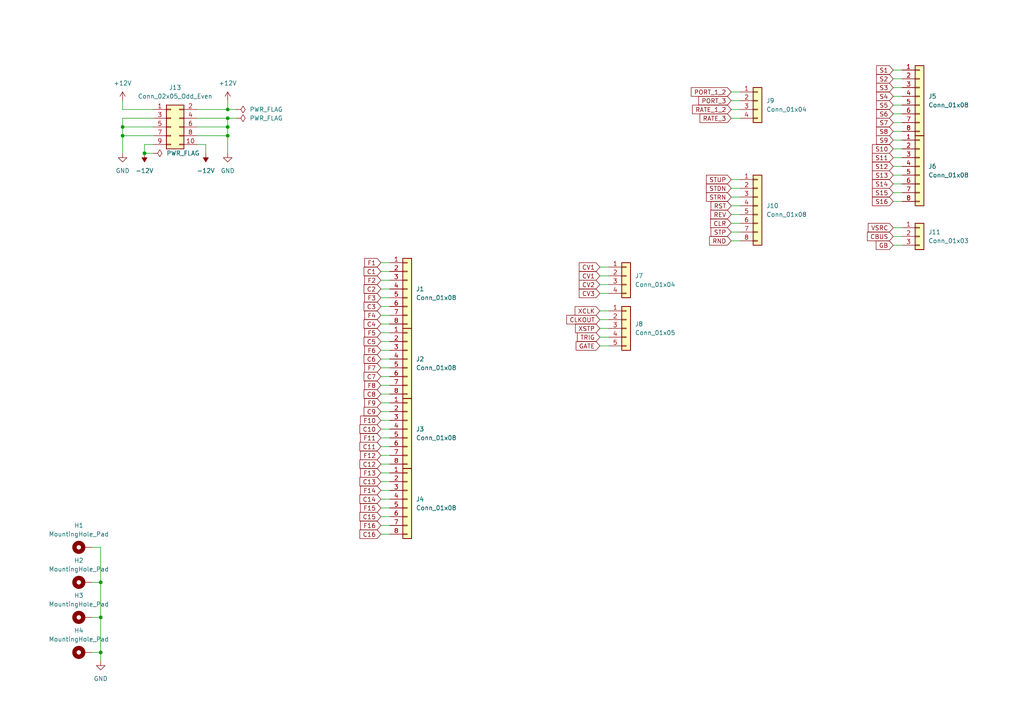
<source format=kicad_sch>
(kicad_sch (version 20230121) (generator eeschema)
  (paper "A4")
  (lib_symbols
    (symbol "Connector_Generic:Conn_01x03" (pin_names (offset 1.016) hide)
      (property "Reference" "J" (at 0 5.08 0))
      (property "Value" "Conn_01x03" (at 0 -5.08 0))
      (symbol "Conn_01x03_1_1"
        (rectangle (start -1.27 -2.413) (end 0 -2.667) (stroke (width 0.1524)))
        (rectangle (start -1.27 0.127) (end 0 -0.127) (stroke (width 0.1524)))
        (rectangle (start -1.27 2.667) (end 0 2.413) (stroke (width 0.1524)))
        (rectangle (start -1.27 3.81) (end 1.27 -3.81) (stroke (width 0.254)) (fill (type background)))
        (pin passive line (at -5.08 2.54 0) (length 3.81) (name "Pin_1") (number "1"))
        (pin passive line (at -5.08 0 0) (length 3.81) (name "Pin_2") (number "2"))
        (pin passive line (at -5.08 -2.54 0) (length 3.81) (name "Pin_3") (number "3"))
      )
    )
    (symbol "Connector_Generic:Conn_01x04" (pin_names (offset 1.016) hide)
      (property "Reference" "J" (at 0 5.08 0))
      (property "Value" "Conn_01x04" (at 0 -7.62 0))
      (symbol "Conn_01x04_1_1"
        (rectangle (start -1.27 -4.953) (end 0 -5.207) (stroke (width 0.1524)))
        (rectangle (start -1.27 -2.413) (end 0 -2.667) (stroke (width 0.1524)))
        (rectangle (start -1.27 0.127) (end 0 -0.127) (stroke (width 0.1524)))
        (rectangle (start -1.27 2.667) (end 0 2.413) (stroke (width 0.1524)))
        (rectangle (start -1.27 3.81) (end 1.27 -6.35) (stroke (width 0.254)) (fill (type background)))
        (pin passive line (at -5.08 2.54 0) (length 3.81) (name "Pin_1") (number "1"))
        (pin passive line (at -5.08 0 0) (length 3.81) (name "Pin_2") (number "2"))
        (pin passive line (at -5.08 -2.54 0) (length 3.81) (name "Pin_3") (number "3"))
        (pin passive line (at -5.08 -5.08 0) (length 3.81) (name "Pin_4") (number "4"))
      )
    )
    (symbol "Connector_Generic:Conn_01x05" (pin_names (offset 1.016) hide)
      (property "Reference" "J" (at 0 7.62 0))
      (property "Value" "Conn_01x05" (at 0 -7.62 0))
      (symbol "Conn_01x05_1_1"
        (rectangle (start -1.27 -4.953) (end 0 -5.207) (stroke (width 0.1524)))
        (rectangle (start -1.27 -2.413) (end 0 -2.667) (stroke (width 0.1524)))
        (rectangle (start -1.27 0.127) (end 0 -0.127) (stroke (width 0.1524)))
        (rectangle (start -1.27 2.667) (end 0 2.413) (stroke (width 0.1524)))
        (rectangle (start -1.27 5.207) (end 0 4.953) (stroke (width 0.1524)))
        (rectangle (start -1.27 6.35) (end 1.27 -6.35) (stroke (width 0.254)) (fill (type background)))
        (pin passive line (at -5.08 5.08 0) (length 3.81) (name "Pin_1") (number "1"))
        (pin passive line (at -5.08 2.54 0) (length 3.81) (name "Pin_2") (number "2"))
        (pin passive line (at -5.08 0 0) (length 3.81) (name "Pin_3") (number "3"))
        (pin passive line (at -5.08 -2.54 0) (length 3.81) (name "Pin_4") (number "4"))
        (pin passive line (at -5.08 -5.08 0) (length 3.81) (name "Pin_5") (number "5"))
      )
    )
    (symbol "Connector_Generic:Conn_01x08" (pin_names (offset 1.016) hide)
      (property "Reference" "J" (at 0 10.16 0))
      (property "Value" "Conn_01x08" (at 0 -12.7 0))
      (symbol "Conn_01x08_1_1"
        (rectangle (start -1.27 -10.033) (end 0 -10.287) (stroke (width 0.1524)))
        (rectangle (start -1.27 -7.493) (end 0 -7.747) (stroke (width 0.1524)))
        (rectangle (start -1.27 -4.953) (end 0 -5.207) (stroke (width 0.1524)))
        (rectangle (start -1.27 -2.413) (end 0 -2.667) (stroke (width 0.1524)))
        (rectangle (start -1.27 0.127) (end 0 -0.127) (stroke (width 0.1524)))
        (rectangle (start -1.27 2.667) (end 0 2.413) (stroke (width 0.1524)))
        (rectangle (start -1.27 5.207) (end 0 4.953) (stroke (width 0.1524)))
        (rectangle (start -1.27 7.747) (end 0 7.493) (stroke (width 0.1524)))
        (rectangle (start -1.27 8.89) (end 1.27 -11.43) (stroke (width 0.254)) (fill (type background)))
        (pin passive line (at -5.08 7.62 0) (length 3.81) (name "Pin_1") (number "1"))
        (pin passive line (at -5.08 5.08 0) (length 3.81) (name "Pin_2") (number "2"))
        (pin passive line (at -5.08 2.54 0) (length 3.81) (name "Pin_3") (number "3"))
        (pin passive line (at -5.08 0 0) (length 3.81) (name "Pin_4") (number "4"))
        (pin passive line (at -5.08 -2.54 0) (length 3.81) (name "Pin_5") (number "5"))
        (pin passive line (at -5.08 -5.08 0) (length 3.81) (name "Pin_6") (number "6"))
        (pin passive line (at -5.08 -7.62 0) (length 3.81) (name "Pin_7") (number "7"))
        (pin passive line (at -5.08 -10.16 0) (length 3.81) (name "Pin_8") (number "8"))
      )
    )
    (symbol "Connector_Generic:Conn_02x05_Odd_Even" (pin_names (offset 1.016) hide)
      (property "Reference" "J" (at 1.27 7.62 0))
      (property "Value" "Conn_02x05_Odd_Even" (at 1.27 -7.62 0))
      (symbol "Conn_02x05_Odd_Even_1_1"
        (rectangle (start -1.27 -4.953) (end 0 -5.207) (stroke (width 0.1524)))
        (rectangle (start -1.27 -2.413) (end 0 -2.667) (stroke (width 0.1524)))
        (rectangle (start -1.27 0.127) (end 0 -0.127) (stroke (width 0.1524)))
        (rectangle (start -1.27 2.667) (end 0 2.413) (stroke (width 0.1524)))
        (rectangle (start -1.27 5.207) (end 0 4.953) (stroke (width 0.1524)))
        (rectangle (start -1.27 6.35) (end 3.81 -6.35) (stroke (width 0.254)) (fill (type background)))
        (rectangle (start 3.81 -4.953) (end 2.54 -5.207) (stroke (width 0.1524)))
        (rectangle (start 3.81 -2.413) (end 2.54 -2.667) (stroke (width 0.1524)))
        (rectangle (start 3.81 0.127) (end 2.54 -0.127) (stroke (width 0.1524)))
        (rectangle (start 3.81 2.667) (end 2.54 2.413) (stroke (width 0.1524)))
        (rectangle (start 3.81 5.207) (end 2.54 4.953) (stroke (width 0.1524)))
        (pin passive line (at -5.08 5.08 0) (length 3.81) (name "Pin_1") (number "1"))
        (pin passive line (at 7.62 -5.08 180) (length 3.81) (name "Pin_10") (number "10"))
        (pin passive line (at 7.62 5.08 180) (length 3.81) (name "Pin_2") (number "2"))
        (pin passive line (at -5.08 2.54 0) (length 3.81) (name "Pin_3") (number "3"))
        (pin passive line (at 7.62 2.54 180) (length 3.81) (name "Pin_4") (number "4"))
        (pin passive line (at -5.08 0 0) (length 3.81) (name "Pin_5") (number "5"))
        (pin passive line (at 7.62 0 180) (length 3.81) (name "Pin_6") (number "6"))
        (pin passive line (at -5.08 -2.54 0) (length 3.81) (name "Pin_7") (number "7"))
        (pin passive line (at 7.62 -2.54 180) (length 3.81) (name "Pin_8") (number "8"))
        (pin passive line (at -5.08 -5.08 0) (length 3.81) (name "Pin_9") (number "9"))
      )
    )
    (symbol "Mechanical:MountingHole_Pad" (pin_numbers hide) (pin_names (offset 1.016) hide)
      (property "Reference" "H" (at 0 6.35 0))
      (property "Value" "MountingHole_Pad" (at 0 4.445 0))
      (symbol "MountingHole_Pad_0_1"
        (circle (center 0 1.27) (radius 1.27) (stroke (width 1.27)))
      )
      (symbol "MountingHole_Pad_1_1"
        (pin input line (at 0 -2.54 90) (length 2.54) (name "1") (number "1"))
      )
    )
    (symbol "power:+12V" (power) (pin_names (offset 0))
      (property "Value" "+12V" (at 0 3.556 0))
      (symbol "+12V_0_1"
        (polyline (pts (xy -0.762 1.27) (xy 0 2.54)))
        (polyline (pts (xy 0 0) (xy 0 2.54)))
        (polyline (pts (xy 0 2.54) (xy 0.762 1.27)))
      )
      (symbol "+12V_1_1"
        (pin power_in line (at 0 0 90) (length 0) hide (name "+12V") (number "1"))
      )
    )
    (symbol "power:-12V" (power) (pin_names (offset 0))
      (property "Value" "-12V" (at 0 3.81 0))
      (symbol "-12V_0_0"
        (pin power_in line (at 0 0 90) (length 0) hide (name "-12V") (number "1"))
      )
      (symbol "-12V_0_1"
        (polyline (pts (xy 0 0) (xy 0 1.27) (xy 0.762 1.27) (xy 0 2.54) (xy -0.762 1.27) (xy 0 1.27)) (fill (type outline)))
      )
    )
    (symbol "power:GND" (power) (pin_names (offset 0))
      (property "Value" "GND" (at 0 -3.81 0))
      (symbol "GND_0_1"
        (polyline (pts (xy 0 0) (xy 0 -1.27) (xy 1.27 -1.27) (xy 0 -2.54) (xy -1.27 -1.27) (xy 0 -1.27)))
      )
      (symbol "GND_1_1"
        (pin power_in line (at 0 0 270) (length 0) hide (name "GND") (number "1"))
      )
    )
    (symbol "power:PWR_FLAG" (power) (pin_numbers hide) (pin_names (offset 0) hide)
      (property "Value" "PWR_FLAG" (at 0 3.81 0))
      (symbol "PWR_FLAG_0_0"
        (pin power_out line (at 0 0 90) (length 0) (name "pwr") (number "1"))
      )
      (symbol "PWR_FLAG_0_1"
        (polyline (pts (xy 0 0) (xy 0 1.27) (xy -1.016 1.905) (xy 0 2.54) (xy 1.016 1.905) (xy 0 1.27)))
      )
    )
  )
  (junction (at 66.04 39.37))
  (junction (at 29.21 189.23))
  (junction (at 35.56 39.37))
  (junction (at 66.04 36.83))
  (junction (at 41.91 44.45))
  (junction (at 66.04 34.29))
  (junction (at 29.21 168.91))
  (junction (at 29.21 179.07))
  (junction (at 35.56 36.83))
  (junction (at 66.04 31.75))
  (wire (pts (xy 259.08 20.32) (xy 261.62 20.32)))
  (wire (pts (xy 259.08 55.88) (xy 261.62 55.88)))
  (wire (pts (xy 259.08 58.42) (xy 261.62 58.42)))
  (wire (pts (xy 110.49 96.52) (xy 113.03 96.52)))
  (wire (pts (xy 110.49 88.9) (xy 113.03 88.9)))
  (wire (pts (xy 29.21 179.07) (xy 29.21 189.23)))
  (wire (pts (xy 66.04 36.83) (xy 66.04 39.37)))
  (wire (pts (xy 110.49 137.16) (xy 113.03 137.16)))
  (wire (pts (xy 173.99 85.09) (xy 176.53 85.09)))
  (wire (pts (xy 259.08 30.48) (xy 261.62 30.48)))
  (wire (pts (xy 35.56 31.75) (xy 35.56 29.21)))
  (wire (pts (xy 173.99 80.01) (xy 176.53 80.01)))
  (wire (pts (xy 259.08 53.34) (xy 261.62 53.34)))
  (wire (pts (xy 66.04 31.75) (xy 68.58 31.75)))
  (wire (pts (xy 259.08 66.04) (xy 261.62 66.04)))
  (wire (pts (xy 110.49 91.44) (xy 113.03 91.44)))
  (wire (pts (xy 110.49 121.92) (xy 113.03 121.92)))
  (wire (pts (xy 212.09 67.31) (xy 214.63 67.31)))
  (wire (pts (xy 57.15 34.29) (xy 66.04 34.29)))
  (wire (pts (xy 259.08 43.18) (xy 261.62 43.18)))
  (wire (pts (xy 110.49 134.62) (xy 113.03 134.62)))
  (wire (pts (xy 35.56 39.37) (xy 35.56 44.45)))
  (wire (pts (xy 259.08 68.58) (xy 261.62 68.58)))
  (wire (pts (xy 173.99 100.33) (xy 176.53 100.33)))
  (wire (pts (xy 212.09 31.75) (xy 214.63 31.75)))
  (wire (pts (xy 26.67 158.75) (xy 29.21 158.75)))
  (wire (pts (xy 259.08 48.26) (xy 261.62 48.26)))
  (wire (pts (xy 66.04 39.37) (xy 66.04 44.45)))
  (wire (pts (xy 110.49 109.22) (xy 113.03 109.22)))
  (wire (pts (xy 57.15 41.91) (xy 59.69 41.91)))
  (wire (pts (xy 212.09 69.85) (xy 214.63 69.85)))
  (wire (pts (xy 110.49 104.14) (xy 113.03 104.14)))
  (wire (pts (xy 110.49 142.24) (xy 113.03 142.24)))
  (wire (pts (xy 29.21 189.23) (xy 29.21 191.77)))
  (wire (pts (xy 110.49 93.98) (xy 113.03 93.98)))
  (wire (pts (xy 110.49 132.08) (xy 113.03 132.08)))
  (wire (pts (xy 110.49 114.3) (xy 113.03 114.3)))
  (wire (pts (xy 35.56 34.29) (xy 35.56 36.83)))
  (wire (pts (xy 259.08 33.02) (xy 261.62 33.02)))
  (wire (pts (xy 259.08 50.8) (xy 261.62 50.8)))
  (wire (pts (xy 66.04 34.29) (xy 68.58 34.29)))
  (wire (pts (xy 110.49 147.32) (xy 113.03 147.32)))
  (wire (pts (xy 57.15 36.83) (xy 66.04 36.83)))
  (wire (pts (xy 212.09 52.07) (xy 214.63 52.07)))
  (wire (pts (xy 110.49 99.06) (xy 113.03 99.06)))
  (wire (pts (xy 110.49 76.2) (xy 113.03 76.2)))
  (wire (pts (xy 212.09 54.61) (xy 214.63 54.61)))
  (wire (pts (xy 110.49 144.78) (xy 113.03 144.78)))
  (wire (pts (xy 259.08 25.4) (xy 261.62 25.4)))
  (wire (pts (xy 110.49 83.82) (xy 113.03 83.82)))
  (wire (pts (xy 110.49 81.28) (xy 113.03 81.28)))
  (wire (pts (xy 35.56 36.83) (xy 44.45 36.83)))
  (wire (pts (xy 29.21 158.75) (xy 29.21 168.91)))
  (wire (pts (xy 110.49 78.74) (xy 113.03 78.74)))
  (wire (pts (xy 41.91 44.45) (xy 44.45 44.45)))
  (wire (pts (xy 212.09 62.23) (xy 214.63 62.23)))
  (wire (pts (xy 173.99 95.25) (xy 176.53 95.25)))
  (wire (pts (xy 259.08 27.94) (xy 261.62 27.94)))
  (wire (pts (xy 173.99 92.71) (xy 176.53 92.71)))
  (wire (pts (xy 173.99 97.79) (xy 176.53 97.79)))
  (wire (pts (xy 110.49 139.7) (xy 113.03 139.7)))
  (wire (pts (xy 173.99 90.17) (xy 176.53 90.17)))
  (wire (pts (xy 173.99 77.47) (xy 176.53 77.47)))
  (wire (pts (xy 110.49 116.84) (xy 113.03 116.84)))
  (wire (pts (xy 35.56 39.37) (xy 44.45 39.37)))
  (wire (pts (xy 110.49 149.86) (xy 113.03 149.86)))
  (wire (pts (xy 212.09 57.15) (xy 214.63 57.15)))
  (wire (pts (xy 35.56 34.29) (xy 44.45 34.29)))
  (wire (pts (xy 259.08 35.56) (xy 261.62 35.56)))
  (wire (pts (xy 110.49 101.6) (xy 113.03 101.6)))
  (wire (pts (xy 35.56 31.75) (xy 44.45 31.75)))
  (wire (pts (xy 110.49 127) (xy 113.03 127)))
  (wire (pts (xy 259.08 40.64) (xy 261.62 40.64)))
  (wire (pts (xy 110.49 152.4) (xy 113.03 152.4)))
  (wire (pts (xy 259.08 22.86) (xy 261.62 22.86)))
  (wire (pts (xy 110.49 124.46) (xy 113.03 124.46)))
  (wire (pts (xy 110.49 86.36) (xy 113.03 86.36)))
  (wire (pts (xy 259.08 38.1) (xy 261.62 38.1)))
  (wire (pts (xy 173.99 82.55) (xy 176.53 82.55)))
  (wire (pts (xy 66.04 31.75) (xy 66.04 29.21)))
  (wire (pts (xy 212.09 64.77) (xy 214.63 64.77)))
  (wire (pts (xy 110.49 119.38) (xy 113.03 119.38)))
  (wire (pts (xy 110.49 106.68) (xy 113.03 106.68)))
  (wire (pts (xy 212.09 29.21) (xy 214.63 29.21)))
  (wire (pts (xy 110.49 154.94) (xy 113.03 154.94)))
  (wire (pts (xy 57.15 39.37) (xy 66.04 39.37)))
  (wire (pts (xy 41.91 41.91) (xy 44.45 41.91)))
  (wire (pts (xy 41.91 41.91) (xy 41.91 44.45)))
  (wire (pts (xy 259.08 45.72) (xy 261.62 45.72)))
  (wire (pts (xy 26.67 168.91) (xy 29.21 168.91)))
  (wire (pts (xy 212.09 34.29) (xy 214.63 34.29)))
  (wire (pts (xy 57.15 31.75) (xy 66.04 31.75)))
  (wire (pts (xy 59.69 41.91) (xy 59.69 44.45)))
  (wire (pts (xy 110.49 129.54) (xy 113.03 129.54)))
  (wire (pts (xy 212.09 59.69) (xy 214.63 59.69)))
  (wire (pts (xy 26.67 189.23) (xy 29.21 189.23)))
  (wire (pts (xy 35.56 36.83) (xy 35.56 39.37)))
  (wire (pts (xy 29.21 168.91) (xy 29.21 179.07)))
  (wire (pts (xy 110.49 111.76) (xy 113.03 111.76)))
  (wire (pts (xy 26.67 179.07) (xy 29.21 179.07)))
  (wire (pts (xy 259.08 71.12) (xy 261.62 71.12)))
  (wire (pts (xy 66.04 34.29) (xy 66.04 36.83)))
  (wire (pts (xy 212.09 26.67) (xy 214.63 26.67)))
  (global_label "S11" (shape input) (at 259.08 45.72 180) (property "Intersheetrefs" "${INTERSHEET_REFS}" (effects hide)))
  (global_label "GB" (shape input) (at 259.08 71.12 180) (property "Intersheetrefs" "${INTERSHEET_REFS}" (effects hide)))
  (global_label "S9" (shape input) (at 259.08 40.64 180) (property "Intersheetrefs" "${INTERSHEET_REFS}" (effects hide)))
  (global_label "S4" (shape input) (at 259.08 27.94 180) (property "Intersheetrefs" "${INTERSHEET_REFS}" (effects hide)))
  (global_label "F14" (shape input) (at 110.49 142.24 180) (property "Intersheetrefs" "${INTERSHEET_REFS}" (effects hide)))
  (global_label "C10" (shape input) (at 110.49 124.46 180) (property "Intersheetrefs" "${INTERSHEET_REFS}" (effects hide)))
  (global_label "F15" (shape input) (at 110.49 147.32 180) (property "Intersheetrefs" "${INTERSHEET_REFS}" (effects hide)))
  (global_label "XSTP" (shape input) (at 173.99 95.25 180) (property "Intersheetrefs" "${INTERSHEET_REFS}" (effects hide)))
  (global_label "PORT_1_2" (shape input) (at 212.09 26.67 180) (property "Intersheetrefs" "${INTERSHEET_REFS}" (effects hide)))
  (global_label "C14" (shape input) (at 110.49 144.78 180) (property "Intersheetrefs" "${INTERSHEET_REFS}" (effects hide)))
  (global_label "C11" (shape input) (at 110.49 129.54 180) (property "Intersheetrefs" "${INTERSHEET_REFS}" (effects hide)))
  (global_label "F2" (shape input) (at 110.49 81.28 180) (property "Intersheetrefs" "${INTERSHEET_REFS}" (effects hide)))
  (global_label "C9" (shape input) (at 110.49 119.38 180) (property "Intersheetrefs" "${INTERSHEET_REFS}" (effects hide)))
  (global_label "CV2" (shape input) (at 173.99 82.55 180) (property "Intersheetrefs" "${INTERSHEET_REFS}" (effects hide)))
  (global_label "S8" (shape input) (at 259.08 38.1 180) (property "Intersheetrefs" "${INTERSHEET_REFS}" (effects hide)))
  (global_label "F4" (shape input) (at 110.49 91.44 180) (property "Intersheetrefs" "${INTERSHEET_REFS}" (effects hide)))
  (global_label "C12" (shape input) (at 110.49 134.62 180) (property "Intersheetrefs" "${INTERSHEET_REFS}" (effects hide)))
  (global_label "C16" (shape input) (at 110.49 154.94 180) (property "Intersheetrefs" "${INTERSHEET_REFS}" (effects hide)))
  (global_label "S3" (shape input) (at 259.08 25.4 180) (property "Intersheetrefs" "${INTERSHEET_REFS}" (effects hide)))
  (global_label "F6" (shape input) (at 110.49 101.6 180) (property "Intersheetrefs" "${INTERSHEET_REFS}" (effects hide)))
  (global_label "C5" (shape input) (at 110.49 99.06 180) (property "Intersheetrefs" "${INTERSHEET_REFS}" (effects hide)))
  (global_label "F8" (shape input) (at 110.49 111.76 180) (property "Intersheetrefs" "${INTERSHEET_REFS}" (effects hide)))
  (global_label "C1" (shape input) (at 110.49 78.74 180) (property "Intersheetrefs" "${INTERSHEET_REFS}" (effects hide)))
  (global_label "REV" (shape input) (at 212.09 62.23 180) (property "Intersheetrefs" "${INTERSHEET_REFS}" (effects hide)))
  (global_label "STUP" (shape input) (at 212.09 52.07 180) (property "Intersheetrefs" "${INTERSHEET_REFS}" (effects hide)))
  (global_label "S7" (shape input) (at 259.08 35.56 180) (property "Intersheetrefs" "${INTERSHEET_REFS}" (effects hide)))
  (global_label "CBUS" (shape input) (at 259.08 68.58 180) (property "Intersheetrefs" "${INTERSHEET_REFS}" (effects hide)))
  (global_label "S2" (shape input) (at 259.08 22.86 180) (property "Intersheetrefs" "${INTERSHEET_REFS}" (effects hide)))
  (global_label "F7" (shape input) (at 110.49 106.68 180) (property "Intersheetrefs" "${INTERSHEET_REFS}" (effects hide)))
  (global_label "S5" (shape input) (at 259.08 30.48 180) (property "Intersheetrefs" "${INTERSHEET_REFS}" (effects hide)))
  (global_label "F13" (shape input) (at 110.49 137.16 180) (property "Intersheetrefs" "${INTERSHEET_REFS}" (effects hide)))
  (global_label "STDN" (shape input) (at 212.09 54.61 180) (property "Intersheetrefs" "${INTERSHEET_REFS}" (effects hide)))
  (global_label "CV1" (shape input) (at 173.99 77.47 180) (property "Intersheetrefs" "${INTERSHEET_REFS}" (effects hide)))
  (global_label "C7" (shape input) (at 110.49 109.22 180) (property "Intersheetrefs" "${INTERSHEET_REFS}" (effects hide)))
  (global_label "S1" (shape input) (at 259.08 20.32 180) (property "Intersheetrefs" "${INTERSHEET_REFS}" (effects hide)))
  (global_label "C15" (shape input) (at 110.49 149.86 180) (property "Intersheetrefs" "${INTERSHEET_REFS}" (effects hide)))
  (global_label "F12" (shape input) (at 110.49 132.08 180) (property "Intersheetrefs" "${INTERSHEET_REFS}" (effects hide)))
  (global_label "STP" (shape input) (at 212.09 67.31 180) (property "Intersheetrefs" "${INTERSHEET_REFS}" (effects hide)))
  (global_label "XCLK" (shape input) (at 173.99 90.17 180) (property "Intersheetrefs" "${INTERSHEET_REFS}" (effects hide)))
  (global_label "RATE_1_2" (shape input) (at 212.09 31.75 180) (property "Intersheetrefs" "${INTERSHEET_REFS}" (effects hide)))
  (global_label "F1" (shape input) (at 110.49 76.2 180) (property "Intersheetrefs" "${INTERSHEET_REFS}" (effects hide)))
  (global_label "CLR" (shape input) (at 212.09 64.77 180) (property "Intersheetrefs" "${INTERSHEET_REFS}" (effects hide)))
  (global_label "F5" (shape input) (at 110.49 96.52 180) (property "Intersheetrefs" "${INTERSHEET_REFS}" (effects hide)))
  (global_label "C13" (shape input) (at 110.49 139.7 180) (property "Intersheetrefs" "${INTERSHEET_REFS}" (effects hide)))
  (global_label "F10" (shape input) (at 110.49 121.92 180) (property "Intersheetrefs" "${INTERSHEET_REFS}" (effects hide)))
  (global_label "RATE_3" (shape input) (at 212.09 34.29 180) (property "Intersheetrefs" "${INTERSHEET_REFS}" (effects hide)))
  (global_label "C6" (shape input) (at 110.49 104.14 180) (property "Intersheetrefs" "${INTERSHEET_REFS}" (effects hide)))
  (global_label "C2" (shape input) (at 110.49 83.82 180) (property "Intersheetrefs" "${INTERSHEET_REFS}" (effects hide)))
  (global_label "CLKOUT" (shape input) (at 173.99 92.71 180) (property "Intersheetrefs" "${INTERSHEET_REFS}" (effects hide)))
  (global_label "S13" (shape input) (at 259.08 50.8 180) (property "Intersheetrefs" "${INTERSHEET_REFS}" (effects hide)))
  (global_label "S16" (shape input) (at 259.08 58.42 180) (property "Intersheetrefs" "${INTERSHEET_REFS}" (effects hide)))
  (global_label "TRIG" (shape input) (at 173.99 97.79 180) (property "Intersheetrefs" "${INTERSHEET_REFS}" (effects hide)))
  (global_label "S12" (shape input) (at 259.08 48.26 180) (property "Intersheetrefs" "${INTERSHEET_REFS}" (effects hide)))
  (global_label "GATE" (shape input) (at 173.99 100.33 180) (property "Intersheetrefs" "${INTERSHEET_REFS}" (effects hide)))
  (global_label "C4" (shape input) (at 110.49 93.98 180) (property "Intersheetrefs" "${INTERSHEET_REFS}" (effects hide)))
  (global_label "C8" (shape input) (at 110.49 114.3 180) (property "Intersheetrefs" "${INTERSHEET_REFS}" (effects hide)))
  (global_label "S14" (shape input) (at 259.08 53.34 180) (property "Intersheetrefs" "${INTERSHEET_REFS}" (effects hide)))
  (global_label "PORT_3" (shape input) (at 212.09 29.21 180) (property "Intersheetrefs" "${INTERSHEET_REFS}" (effects hide)))
  (global_label "C3" (shape input) (at 110.49 88.9 180) (property "Intersheetrefs" "${INTERSHEET_REFS}" (effects hide)))
  (global_label "RND" (shape input) (at 212.09 69.85 180) (property "Intersheetrefs" "${INTERSHEET_REFS}" (effects hide)))
  (global_label "RST" (shape input) (at 212.09 59.69 180) (property "Intersheetrefs" "${INTERSHEET_REFS}" (effects hide)))
  (global_label "F3" (shape input) (at 110.49 86.36 180) (property "Intersheetrefs" "${INTERSHEET_REFS}" (effects hide)))
  (global_label "F9" (shape input) (at 110.49 116.84 180) (property "Intersheetrefs" "${INTERSHEET_REFS}" (effects hide)))
  (global_label "F16" (shape input) (at 110.49 152.4 180) (property "Intersheetrefs" "${INTERSHEET_REFS}" (effects hide)))
  (global_label "CV3" (shape input) (at 173.99 85.09 180) (property "Intersheetrefs" "${INTERSHEET_REFS}" (effects hide)))
  (global_label "F11" (shape input) (at 110.49 127 180) (property "Intersheetrefs" "${INTERSHEET_REFS}" (effects hide)))
  (global_label "S10" (shape input) (at 259.08 43.18 180) (property "Intersheetrefs" "${INTERSHEET_REFS}" (effects hide)))
  (global_label "VSRC" (shape input) (at 259.08 66.04 180) (property "Intersheetrefs" "${INTERSHEET_REFS}" (effects hide)))
  (global_label "STRN" (shape input) (at 212.09 57.15 180) (property "Intersheetrefs" "${INTERSHEET_REFS}" (effects hide)))
  (global_label "S6" (shape input) (at 259.08 33.02 180) (property "Intersheetrefs" "${INTERSHEET_REFS}" (effects hide)))
  (global_label "CV1" (shape input) (at 173.99 80.01 180) (property "Intersheetrefs" "${INTERSHEET_REFS}" (effects hide)))
  (global_label "S15" (shape input) (at 259.08 55.88 180) (property "Intersheetrefs" "${INTERSHEET_REFS}" (effects hide)))
  (symbol (lib_id "Mechanical:MountingHole_Pad") (at 24.13 189.23 90) (unit 1)
    (property "Reference" "H4" (at 22.86 182.88 90))
    (property "Value" "MountingHole_Pad" (at 22.86 185.42 90))
    (property "Footprint" "MountingHole:MountingHole_3.2mm_M3_Pad" (effects hide))
  )
  (symbol (lib_id "Mechanical:MountingHole_Pad") (at 24.13 179.07 90) (unit 1)
    (property "Reference" "H3" (at 22.86 172.72 90))
    (property "Value" "MountingHole_Pad" (at 22.86 175.26 90))
    (property "Footprint" "MountingHole:MountingHole_3.2mm_M3_Pad" (effects hide))
  )
  (symbol (lib_id "Connector_Generic:Conn_01x08") (at 118.11 104.14 0) (unit 1)
    (property "Reference" "J2" (at 120.65 104.14 0) (effects (justify left)))
    (property "Value" "Conn_01x08" (at 120.65 106.68 0) (effects (justify left)))
    (property "Footprint" "Connector_PinHeader_2.54mm:PinHeader_1x08_P2.54mm_Vertical" (effects hide))
    (instances (project "Sequencer-controls" (path "" (reference "J2") (unit 1))) (project "Sequencer" (path "" (reference "J10") (unit 1))))
  )
  (symbol (lib_id "Connector_Generic:Conn_01x08") (at 266.7 27.94 0) (unit 1)
    (property "Reference" "J5" (at 269.24 27.94 0) (effects (justify left)))
    (property "Value" "Conn_01x08" (at 269.24 30.48 0) (effects (justify left)))
    (property "Footprint" "Connector_PinHeader_2.54mm:PinHeader_1x08_P2.54mm_Vertical" (effects hide))
    (instances (project "Sequencer-controls" (path "" (reference "J5") (unit 1))) (project "Sequencer" (path "" (reference "J2") (unit 1))))
  )
  (symbol (lib_id "Connector_Generic:Conn_01x03") (at 266.7 68.58 0) (unit 1)
    (property "Reference" "J11" (at 269.24 67.31 0) (effects (justify left)))
    (property "Value" "Conn_01x03" (at 269.24 69.85 0) (effects (justify left)))
    (property "Footprint" "Connector_PinHeader_2.54mm:PinHeader_1x03_P2.54mm_Vertical" (effects hide))
    (instances (project "Sequencer-controls" (path "" (reference "J11") (unit 1))) (project "Sequencer" (path "" (reference "J4") (unit 1))))
  )
  (symbol (lib_id "power:GND") (at 35.56 44.45 0) (unit 1)
    (property "Reference" "#PWR054" (effects hide))
    (property "Value" "GND" (at 35.56 49.53 0))
    (instances (project "VCO" (path "" (reference "#PWR054") (unit 1))) (project "Sequencer" (path "" (reference "#PWR063") (unit 1))))
  )
  (symbol (lib_id "power:+12V") (at 35.56 29.21 0) (unit 1)
    (property "Reference" "#PWR053" (effects hide))
    (property "Value" "+12V" (at 35.56 24.13 0))
    (instances (project "VCO" (path "" (reference "#PWR053") (unit 1))) (project "Sequencer" (path "" (reference "#PWR062") (unit 1))))
  )
  (symbol (lib_id "power:-12V") (at 41.91 44.45 180) (unit 1)
    (property "Reference" "#PWR055" (effects hide))
    (property "Value" "-12V" (at 41.91 49.53 0))
    (instances (project "VCO" (path "" (reference "#PWR055") (unit 1))) (project "Sequencer" (path "" (reference "#PWR064") (unit 1))))
  )
  (symbol (lib_id "power:GND") (at 29.21 191.77 0) (unit 1)
    (property "Reference" "#PWR068" (effects hide))
    (property "Value" "GND" (at 29.21 196.85 0))
  )
  (symbol (lib_id "Mechanical:MountingHole_Pad") (at 24.13 158.75 90) (unit 1)
    (property "Reference" "H1" (at 22.86 152.4 90))
    (property "Value" "MountingHole_Pad" (at 22.86 154.94 90))
    (property "Footprint" "MountingHole:MountingHole_3.2mm_M3_Pad" (effects hide))
  )
  (symbol (lib_id "Connector_Generic:Conn_02x05_Odd_Even") (at 49.53 36.83 0) (unit 1)
    (property "Reference" "J13" (at 50.8 25.4 0))
    (property "Value" "Conn_02x05_Odd_Even" (at 50.8 27.94 0))
    (property "Footprint" "Connector_PinHeader_2.54mm:PinHeader_2x05_P2.54mm_Vertical" (effects hide))
    (instances (project "VCO" (path "" (reference "J13") (unit 1)) (path "" (reference "J11") (unit 1))) (project "Sequencer" (path "" (reference "J1") (unit 1))))
  )
  (symbol (lib_id "Connector_Generic:Conn_01x08") (at 219.71 59.69 0) (unit 1)
    (property "Reference" "J10" (at 222.25 59.69 0) (effects (justify left)))
    (property "Value" "Conn_01x08" (at 222.25 62.23 0) (effects (justify left)))
    (property "Footprint" "Connector_PinHeader_2.54mm:PinHeader_1x08_P2.54mm_Vertical" (effects hide))
    (instances (project "Sequencer-controls" (path "" (reference "J10") (unit 1))) (project "Sequencer" (path "" (reference "J8") (unit 1))))
  )
  (symbol (lib_id "power:GND") (at 66.04 44.45 0) (unit 1)
    (property "Reference" "#PWR058" (effects hide))
    (property "Value" "GND" (at 66.04 49.53 0))
    (instances (project "VCO" (path "" (reference "#PWR058") (unit 1))) (project "Sequencer" (path "" (reference "#PWR067") (unit 1))))
  )
  (symbol (lib_id "Connector_Generic:Conn_01x04") (at 181.61 80.01 0) (unit 1)
    (property "Reference" "J7" (at 184.15 80.01 0) (effects (justify left)))
    (property "Value" "Conn_01x04" (at 184.15 82.55 0) (effects (justify left)))
    (property "Footprint" "Connector_PinHeader_2.54mm:PinHeader_1x04_P2.54mm_Vertical" (effects hide))
    (instances (project "Sequencer-controls" (path "" (reference "J7") (unit 1))) (project "Sequencer" (path "" (reference "J5") (unit 1))))
  )
  (symbol (lib_id "power:-12V") (at 59.69 44.45 180) (unit 1)
    (property "Reference" "#PWR056" (effects hide))
    (property "Value" "-12V" (at 59.69 49.53 0))
    (instances (project "VCO" (path "" (reference "#PWR056") (unit 1))) (project "Sequencer" (path "" (reference "#PWR065") (unit 1))))
  )
  (symbol (lib_id "Connector_Generic:Conn_01x08") (at 118.11 124.46 0) (unit 1)
    (property "Reference" "J3" (at 120.65 124.46 0) (effects (justify left)))
    (property "Value" "Conn_01x08" (at 120.65 127 0) (effects (justify left)))
    (property "Footprint" "Connector_PinHeader_2.54mm:PinHeader_1x08_P2.54mm_Vertical" (effects hide))
    (instances (project "Sequencer-controls" (path "" (reference "J3") (unit 1))) (project "Sequencer" (path "" (reference "J11") (unit 1))))
  )
  (symbol (lib_id "power:PWR_FLAG") (at 68.58 31.75 270) (unit 1)
    (property "Reference" "#FLG02" (effects hide))
    (property "Value" "PWR_FLAG" (at 72.39 31.75 90) (effects (justify left)))
  )
  (symbol (lib_id "Connector_Generic:Conn_01x08") (at 118.11 144.78 0) (unit 1)
    (property "Reference" "J4" (at 120.65 144.78 0) (effects (justify left)))
    (property "Value" "Conn_01x08" (at 120.65 147.32 0) (effects (justify left)))
    (property "Footprint" "Connector_PinHeader_2.54mm:PinHeader_1x08_P2.54mm_Vertical" (effects hide))
    (instances (project "Sequencer-controls" (path "" (reference "J4") (unit 1))) (project "Sequencer" (path "" (reference "J12") (unit 1))))
  )
  (symbol (lib_id "Mechanical:MountingHole_Pad") (at 24.13 168.91 90) (unit 1)
    (property "Reference" "H2" (at 22.86 162.56 90))
    (property "Value" "MountingHole_Pad" (at 22.86 165.1 90))
    (property "Footprint" "MountingHole:MountingHole_3.2mm_M3_Pad" (effects hide))
  )
  (symbol (lib_id "power:PWR_FLAG") (at 68.58 34.29 270) (unit 1)
    (property "Reference" "#FLG03" (effects hide))
    (property "Value" "PWR_FLAG" (at 72.39 34.29 90) (effects (justify left)))
  )
  (symbol (lib_id "Connector_Generic:Conn_01x08") (at 118.11 83.82 0) (unit 1)
    (property "Reference" "J1" (at 120.65 83.82 0) (effects (justify left)))
    (property "Value" "Conn_01x08" (at 120.65 86.36 0) (effects (justify left)))
    (property "Footprint" "Connector_PinHeader_2.54mm:PinHeader_1x08_P2.54mm_Vertical" (effects hide))
    (instances (project "Sequencer-controls" (path "" (reference "J1") (unit 1))) (project "Sequencer" (path "" (reference "J9") (unit 1))))
  )
  (symbol (lib_id "Connector_Generic:Conn_01x05") (at 181.61 95.25 0) (unit 1)
    (property "Reference" "J8" (at 184.15 93.98 0) (effects (justify left)))
    (property "Value" "Conn_01x05" (at 184.15 96.52 0) (effects (justify left)))
    (property "Footprint" "Connector_PinHeader_2.54mm:PinHeader_1x05_P2.54mm_Vertical" (effects hide))
    (instances (project "Sequencer-controls" (path "" (reference "J8") (unit 1))) (project "Sequencer" (path "" (reference "J6") (unit 1))))
  )
  (symbol (lib_id "Connector_Generic:Conn_01x04") (at 219.71 29.21 0) (unit 1)
    (property "Reference" "J9" (at 222.25 29.21 0) (effects (justify left)))
    (property "Value" "Conn_01x04" (at 222.25 31.75 0) (effects (justify left)))
    (property "Footprint" "Connector_PinHeader_2.54mm:PinHeader_1x04_P2.54mm_Vertical" (effects hide))
    (instances (project "Sequencer-controls" (path "" (reference "J9") (unit 1))) (project "Sequencer" (path "" (reference "J7") (unit 1))))
  )
  (symbol (lib_id "Connector_Generic:Conn_01x08") (at 266.7 48.26 0) (unit 1)
    (property "Reference" "J6" (at 269.24 48.26 0) (effects (justify left)))
    (property "Value" "Conn_01x08" (at 269.24 50.8 0) (effects (justify left)))
    (property "Footprint" "Connector_PinHeader_2.54mm:PinHeader_1x08_P2.54mm_Vertical" (effects hide))
    (instances (project "Sequencer-controls" (path "" (reference "J6") (unit 1))) (project "Sequencer" (path "" (reference "J3") (unit 1))))
  )
  (symbol (lib_id "power:PWR_FLAG") (at 44.45 44.45 270) (unit 1)
    (property "Reference" "#FLG01" (effects hide))
    (property "Value" "PWR_FLAG" (at 48.26 44.45 90) (effects (justify left)))
  )
  (symbol (lib_id "power:+12V") (at 66.04 29.21 0) (unit 1)
    (property "Reference" "#PWR057" (effects hide))
    (property "Value" "+12V" (at 66.04 24.13 0))
    (instances (project "VCO" (path "" (reference "#PWR057") (unit 1))) (project "Sequencer" (path "" (reference "#PWR066") (unit 1))))
  )
)
</source>
